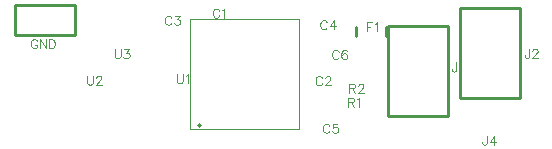
<source format=gbr>
G04 DipTrace 3.0.0.2*
G04 TopSilk.gbr*
%MOIN*%
G04 #@! TF.FileFunction,Legend,Top*
G04 #@! TF.Part,Single*
%ADD10C,0.009843*%
%ADD15C,0.007874*%
%ADD26C,0.001969*%
%ADD86C,0.004632*%
%FSLAX26Y26*%
G04*
G70*
G90*
G75*
G01*
G04 TopSilk*
%LPD*%
X1032614Y530586D2*
D26*
Y894759D1*
X1396788D1*
Y530586D1*
X1032614D1*
X1061166Y540418D2*
D15*
G02X1061166Y540418I3933J0D01*
G01*
X1685918Y838944D2*
D10*
Y870429D1*
X1587484Y838944D2*
Y870429D1*
X1932701Y824372D2*
Y632672D1*
Y932672D2*
Y632672D1*
X2132701Y932672D2*
Y632672D1*
X1932701Y932672D2*
X2132701D1*
X1932701Y632672D2*
X2132701D1*
X1692701Y764372D2*
Y572672D1*
Y872672D2*
Y572672D1*
X1892701Y872672D2*
Y572672D1*
X1692701Y872672D2*
X1892701D1*
X1692701Y572672D2*
X1892701D1*
X648701Y843701D2*
Y943701D1*
X448701Y843701D2*
X648701D1*
X448701D2*
Y943701D1*
X648701D1*
X2022488Y506606D2*
D86*
Y483658D1*
X2021062Y479347D1*
X2019603Y477921D1*
X2016751Y476462D1*
X2013866D1*
X2011014Y477921D1*
X2009588Y479347D1*
X2008129Y483658D1*
Y486510D1*
X2046110Y476462D2*
Y506573D1*
X2031751Y486510D1*
X2053273D1*
X989423Y711693D2*
Y690171D1*
X990849Y685860D1*
X993734Y683008D1*
X998045Y681549D1*
X1000897D1*
X1005208Y683008D1*
X1008093Y685860D1*
X1009519Y690171D1*
Y711693D1*
X1018783Y705922D2*
X1021668Y707382D1*
X1025979Y711659D1*
Y681549D1*
X1130697Y923128D2*
X1129271Y925980D1*
X1126386Y928865D1*
X1123534Y930291D1*
X1117797D1*
X1114912Y928865D1*
X1112060Y925980D1*
X1110601Y923128D1*
X1109175Y918817D1*
Y911621D1*
X1110601Y907343D1*
X1112060Y904458D1*
X1114912Y901606D1*
X1117797Y900147D1*
X1123534D1*
X1126386Y901606D1*
X1129271Y904458D1*
X1130697Y907343D1*
X1139960Y924521D2*
X1142845Y925980D1*
X1147156Y930258D1*
Y900147D1*
X1473318Y698128D2*
X1471892Y700980D1*
X1469007Y703865D1*
X1466155Y705291D1*
X1460418D1*
X1457533Y703865D1*
X1454681Y700980D1*
X1453222Y698128D1*
X1451796Y693817D1*
Y686621D1*
X1453222Y682343D1*
X1454681Y679458D1*
X1457533Y676606D1*
X1460418Y675147D1*
X1466155D1*
X1469007Y676606D1*
X1471892Y679458D1*
X1473318Y682343D1*
X1484040Y698095D2*
Y699521D1*
X1485466Y702406D1*
X1486892Y703832D1*
X1489777Y705258D1*
X1495514D1*
X1498366Y703832D1*
X1499792Y702406D1*
X1501251Y699521D1*
Y696669D1*
X1499792Y693784D1*
X1496940Y689506D1*
X1482581Y675147D1*
X1502677D1*
X1560959Y618932D2*
X1573859D1*
X1578170Y620391D1*
X1579629Y621817D1*
X1581055Y624669D1*
Y627554D1*
X1579629Y630406D1*
X1578170Y631865D1*
X1573859Y633291D1*
X1560959D1*
Y603147D1*
X1571007Y618932D2*
X1581055Y603147D1*
X1590318Y627521D2*
X1593203Y628980D1*
X1597514Y633258D1*
Y603147D1*
X1563509Y664932D2*
X1576409D1*
X1580720Y666391D1*
X1582179Y667817D1*
X1583605Y670669D1*
Y673554D1*
X1582179Y676406D1*
X1580720Y677865D1*
X1576409Y679291D1*
X1563509D1*
Y649147D1*
X1573557Y664932D2*
X1583605Y649147D1*
X1594327Y672095D2*
Y673521D1*
X1595753Y676406D1*
X1597179Y677832D1*
X1600064Y679258D1*
X1605801D1*
X1608653Y677832D1*
X1610079Y676406D1*
X1611538Y673521D1*
Y670669D1*
X1610079Y667784D1*
X1607227Y663506D1*
X1592868Y649147D1*
X1612964D1*
X971247Y899128D2*
X969821Y901980D1*
X966936Y904865D1*
X964084Y906291D1*
X958347D1*
X955462Y904865D1*
X952610Y901980D1*
X951151Y899128D1*
X949725Y894817D1*
Y887621D1*
X951151Y883343D1*
X952610Y880458D1*
X955462Y877606D1*
X958347Y876147D1*
X964084D1*
X966936Y877606D1*
X969821Y880458D1*
X971247Y883343D1*
X983395Y906258D2*
X999147D1*
X990558Y894784D1*
X994869D1*
X997721Y893358D1*
X999147Y891932D1*
X1000606Y887621D1*
Y884769D1*
X999147Y880458D1*
X996295Y877573D1*
X991984Y876147D1*
X987673D1*
X983395Y877573D1*
X981969Y879032D1*
X980510Y881884D1*
X1489534Y884128D2*
X1488108Y886980D1*
X1485223Y889865D1*
X1482371Y891291D1*
X1476634D1*
X1473749Y889865D1*
X1470897Y886980D1*
X1469438Y884128D1*
X1468012Y879817D1*
Y872621D1*
X1469438Y868343D1*
X1470897Y865458D1*
X1473749Y862606D1*
X1476634Y861147D1*
X1482371D1*
X1485223Y862606D1*
X1488108Y865458D1*
X1489534Y868343D1*
X1513156Y861147D2*
Y891258D1*
X1498797Y871195D1*
X1520319D1*
X1528976Y785128D2*
X1527550Y787980D1*
X1524665Y790865D1*
X1521813Y792291D1*
X1516076D1*
X1513191Y790865D1*
X1510339Y787980D1*
X1508880Y785128D1*
X1507454Y780817D1*
Y773621D1*
X1508880Y769343D1*
X1510339Y766458D1*
X1513191Y763606D1*
X1516076Y762147D1*
X1521813D1*
X1524665Y763606D1*
X1527550Y766458D1*
X1528976Y769343D1*
X1555451Y787980D2*
X1554025Y790832D1*
X1549714Y792258D1*
X1546862D1*
X1542551Y790832D1*
X1539666Y786521D1*
X1538240Y779358D1*
Y772195D1*
X1539666Y766458D1*
X1542551Y763573D1*
X1546862Y762147D1*
X1548288D1*
X1552566Y763573D1*
X1555451Y766458D1*
X1556877Y770769D1*
Y772195D1*
X1555451Y776506D1*
X1552566Y779358D1*
X1548288Y780784D1*
X1546862D1*
X1542551Y779358D1*
X1539666Y776506D1*
X1538240Y772195D1*
X1640806Y884354D2*
X1622136D1*
Y854210D1*
Y869995D2*
X1633610D1*
X1650070Y878584D2*
X1652955Y880043D1*
X1657266Y884321D1*
Y854210D1*
X2164201Y795606D2*
Y772658D1*
X2162775Y768347D1*
X2161316Y766921D1*
X2158464Y765462D1*
X2155579D1*
X2152727Y766921D1*
X2151301Y768347D1*
X2149842Y772658D1*
Y775510D1*
X2174923Y788410D2*
Y789836D1*
X2176349Y792721D1*
X2177775Y794147D1*
X2180660Y795573D1*
X2186397D1*
X2189249Y794147D1*
X2190675Y792721D1*
X2192134Y789836D1*
Y786984D1*
X2190675Y784099D1*
X2187823Y779821D1*
X2173464Y765462D1*
X2193560D1*
X1920651Y750606D2*
Y727658D1*
X1919225Y723347D1*
X1917766Y721921D1*
X1914914Y720462D1*
X1912029D1*
X1909177Y721921D1*
X1907751Y723347D1*
X1906292Y727658D1*
Y730510D1*
X1929914Y744836D2*
X1932799Y746295D1*
X1937110Y750573D1*
Y720462D1*
X524102Y821472D2*
X522676Y824324D1*
X519791Y827209D1*
X516939Y828635D1*
X511203D1*
X508317Y827209D1*
X505466Y824324D1*
X504006Y821472D1*
X502580Y817161D1*
Y809965D1*
X504006Y805687D1*
X505466Y802802D1*
X508317Y799950D1*
X511203Y798491D1*
X516939D1*
X519791Y799950D1*
X522676Y802802D1*
X524102Y805687D1*
Y809965D1*
X516939D1*
X553462Y828635D2*
Y798491D1*
X533366Y828635D1*
Y798491D1*
X562726Y828635D2*
Y798491D1*
X572774D1*
X577085Y799950D1*
X579970Y802802D1*
X581396Y805687D1*
X582822Y809965D1*
Y817161D1*
X581396Y821472D1*
X579970Y824324D1*
X577085Y827209D1*
X572774Y828635D1*
X562726D1*
X1498247Y539128D2*
X1496821Y541980D1*
X1493936Y544865D1*
X1491084Y546291D1*
X1485347D1*
X1482462Y544865D1*
X1479610Y541980D1*
X1478151Y539128D1*
X1476725Y534817D1*
Y527621D1*
X1478151Y523343D1*
X1479610Y520458D1*
X1482462Y517606D1*
X1485347Y516147D1*
X1491084D1*
X1493936Y517606D1*
X1496821Y520458D1*
X1498247Y523343D1*
X1524721Y546258D2*
X1510395D1*
X1508969Y533358D1*
X1510395Y534784D1*
X1514706Y536243D1*
X1518984D1*
X1523295Y534784D1*
X1526180Y531932D1*
X1527606Y527621D1*
Y524769D1*
X1526180Y520458D1*
X1523295Y517573D1*
X1518984Y516147D1*
X1514706D1*
X1510395Y517573D1*
X1508969Y519032D1*
X1507510Y521884D1*
X689973Y706606D2*
Y685084D1*
X691399Y680773D1*
X694284Y677921D1*
X698595Y676462D1*
X701447D1*
X705758Y677921D1*
X708643Y680773D1*
X710069Y685084D1*
Y706606D1*
X720792Y699410D2*
Y700836D1*
X722218Y703721D1*
X723644Y705147D1*
X726529Y706573D1*
X732266D1*
X735118Y705147D1*
X736544Y703721D1*
X738003Y700836D1*
Y697984D1*
X736544Y695099D1*
X733692Y690821D1*
X719333Y676462D1*
X739429D1*
X782165Y794209D2*
Y772687D1*
X783591Y768376D1*
X786476Y765524D1*
X790787Y764065D1*
X793639D1*
X797950Y765524D1*
X800835Y768376D1*
X802261Y772687D1*
Y794209D1*
X814409Y794176D2*
X830161D1*
X821572Y782702D1*
X825883D1*
X828735Y781276D1*
X830161Y779850D1*
X831620Y775539D1*
Y772687D1*
X830161Y768376D1*
X827309Y765491D1*
X822998Y764065D1*
X818687D1*
X814409Y765491D1*
X812983Y766950D1*
X811524Y769802D1*
M02*

</source>
